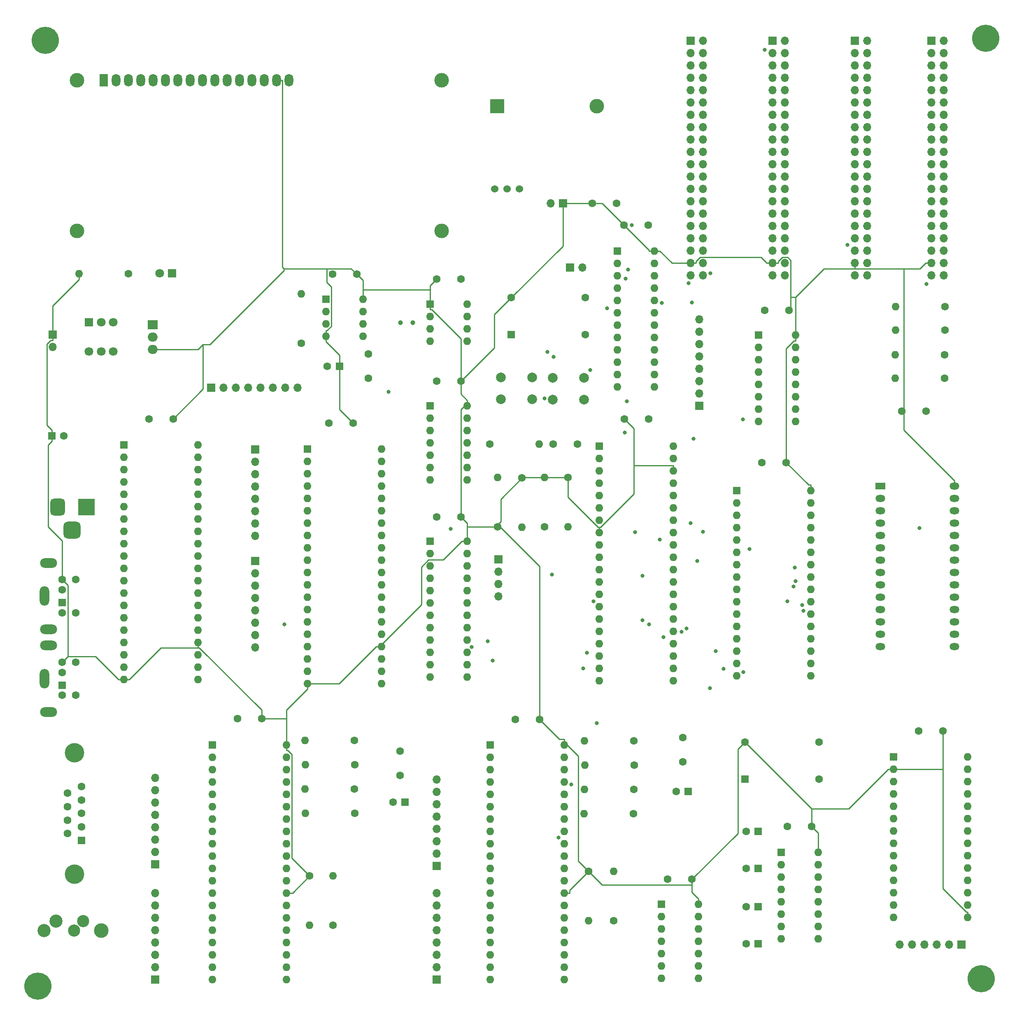
<source format=gbr>
%TF.GenerationSoftware,KiCad,Pcbnew,7.0.9-7.0.9~ubuntu22.04.1*%
%TF.CreationDate,2023-12-31T14:55:30-06:00*%
%TF.ProjectId,6502v2.0,36353032-7632-42e3-902e-6b696361645f,rev?*%
%TF.SameCoordinates,Original*%
%TF.FileFunction,Copper,L2,Inr*%
%TF.FilePolarity,Positive*%
%FSLAX46Y46*%
G04 Gerber Fmt 4.6, Leading zero omitted, Abs format (unit mm)*
G04 Created by KiCad (PCBNEW 7.0.9-7.0.9~ubuntu22.04.1) date 2023-12-31 14:55:30*
%MOMM*%
%LPD*%
G01*
G04 APERTURE LIST*
G04 Aperture macros list*
%AMRoundRect*
0 Rectangle with rounded corners*
0 $1 Rounding radius*
0 $2 $3 $4 $5 $6 $7 $8 $9 X,Y pos of 4 corners*
0 Add a 4 corners polygon primitive as box body*
4,1,4,$2,$3,$4,$5,$6,$7,$8,$9,$2,$3,0*
0 Add four circle primitives for the rounded corners*
1,1,$1+$1,$2,$3*
1,1,$1+$1,$4,$5*
1,1,$1+$1,$6,$7*
1,1,$1+$1,$8,$9*
0 Add four rect primitives between the rounded corners*
20,1,$1+$1,$2,$3,$4,$5,0*
20,1,$1+$1,$4,$5,$6,$7,0*
20,1,$1+$1,$6,$7,$8,$9,0*
20,1,$1+$1,$8,$9,$2,$3,0*%
G04 Aperture macros list end*
%TA.AperFunction,ComponentPad*%
%ADD10R,1.600000X1.600000*%
%TD*%
%TA.AperFunction,ComponentPad*%
%ADD11O,1.600000X1.600000*%
%TD*%
%TA.AperFunction,ComponentPad*%
%ADD12C,1.600000*%
%TD*%
%TA.AperFunction,ComponentPad*%
%ADD13O,3.500000X2.000000*%
%TD*%
%TA.AperFunction,ComponentPad*%
%ADD14O,2.000000X4.000000*%
%TD*%
%TA.AperFunction,ComponentPad*%
%ADD15R,1.700000X1.700000*%
%TD*%
%TA.AperFunction,ComponentPad*%
%ADD16O,1.700000X1.700000*%
%TD*%
%TA.AperFunction,ComponentPad*%
%ADD17C,4.000000*%
%TD*%
%TA.AperFunction,ComponentPad*%
%ADD18R,1.800000X1.800000*%
%TD*%
%TA.AperFunction,ComponentPad*%
%ADD19C,1.800000*%
%TD*%
%TA.AperFunction,ComponentPad*%
%ADD20C,1.000000*%
%TD*%
%TA.AperFunction,ComponentPad*%
%ADD21C,2.000000*%
%TD*%
%TA.AperFunction,ComponentPad*%
%ADD22C,5.600000*%
%TD*%
%TA.AperFunction,ComponentPad*%
%ADD23R,3.500000X3.500000*%
%TD*%
%TA.AperFunction,ComponentPad*%
%ADD24RoundRect,0.750000X-0.750000X-1.000000X0.750000X-1.000000X0.750000X1.000000X-0.750000X1.000000X0*%
%TD*%
%TA.AperFunction,ComponentPad*%
%ADD25RoundRect,0.875000X-0.875000X-0.875000X0.875000X-0.875000X0.875000X0.875000X-0.875000X0.875000X0*%
%TD*%
%TA.AperFunction,ComponentPad*%
%ADD26R,2.000000X1.440000*%
%TD*%
%TA.AperFunction,ComponentPad*%
%ADD27O,2.000000X1.440000*%
%TD*%
%TA.AperFunction,ComponentPad*%
%ADD28R,3.000000X3.000000*%
%TD*%
%TA.AperFunction,ComponentPad*%
%ADD29C,3.000000*%
%TD*%
%TA.AperFunction,ComponentPad*%
%ADD30C,2.700000*%
%TD*%
%TA.AperFunction,ComponentPad*%
%ADD31C,2.500000*%
%TD*%
%TA.AperFunction,ComponentPad*%
%ADD32C,1.524000*%
%TD*%
%TA.AperFunction,ComponentPad*%
%ADD33R,2.000000X1.905000*%
%TD*%
%TA.AperFunction,ComponentPad*%
%ADD34O,2.000000X1.905000*%
%TD*%
%TA.AperFunction,ComponentPad*%
%ADD35R,1.800000X2.600000*%
%TD*%
%TA.AperFunction,ComponentPad*%
%ADD36O,1.800000X2.600000*%
%TD*%
%TA.AperFunction,ViaPad*%
%ADD37C,0.800000*%
%TD*%
%TA.AperFunction,Conductor*%
%ADD38C,0.250000*%
%TD*%
G04 APERTURE END LIST*
D10*
%TO.N,GND*%
%TO.C,U9*%
X7962000Y319004000D03*
D11*
%TO.N,2pa0*%
X7962000Y316464000D03*
%TO.N,2pa1*%
X7962000Y313924000D03*
%TO.N,2pa2*%
X7962000Y311384000D03*
%TO.N,2pa3*%
X7962000Y308844000D03*
%TO.N,2pa4*%
X7962000Y306304000D03*
%TO.N,2pa5*%
X7962000Y303764000D03*
%TO.N,2pa6*%
X7962000Y301224000D03*
%TO.N,2pa7*%
X7962000Y298684000D03*
%TO.N,2pb0*%
X7962000Y296144000D03*
%TO.N,2pb1*%
X7962000Y293604000D03*
%TO.N,2pb2*%
X7962000Y291064000D03*
%TO.N,2pb3*%
X7962000Y288524000D03*
%TO.N,2pb4*%
X7962000Y285984000D03*
%TO.N,2pb5*%
X7962000Y283444000D03*
%TO.N,2pb6*%
X7962000Y280904000D03*
%TO.N,2pb7*%
X7962000Y278364000D03*
%TO.N,2CB1*%
X7962000Y275824000D03*
%TO.N,2CB2*%
X7962000Y273284000D03*
%TO.N,+5V*%
X7962000Y270744000D03*
%TO.N,2VIA_IRQ*%
X23202000Y270744000D03*
%TO.N,RW*%
X23202000Y273284000D03*
%TO.N,VIA2_CS*%
X23202000Y275824000D03*
%TO.N,+5V*%
X23202000Y278364000D03*
%TO.N,PHI2*%
X23202000Y280904000D03*
%TO.N,d7*%
X23202000Y283444000D03*
%TO.N,d6*%
X23202000Y285984000D03*
%TO.N,d5*%
X23202000Y288524000D03*
%TO.N,d4*%
X23202000Y291064000D03*
%TO.N,d3*%
X23202000Y293604000D03*
%TO.N,d2*%
X23202000Y296144000D03*
%TO.N,d1*%
X23202000Y298684000D03*
%TO.N,d0*%
X23202000Y301224000D03*
%TO.N,RESET*%
X23202000Y303764000D03*
%TO.N,a3*%
X23202000Y306304000D03*
%TO.N,a2*%
X23202000Y308844000D03*
%TO.N,a1*%
X23202000Y311384000D03*
%TO.N,a0*%
X23202000Y313924000D03*
%TO.N,2CA2*%
X23202000Y316464000D03*
%TO.N,2CA1*%
X23202000Y319004000D03*
%TD*%
D10*
%TO.N,1pa7*%
%TO.C,J11*%
X-42500000Y270400000D03*
D12*
%TO.N,unconnected-(J11-Pad2)*%
X-42500000Y273000000D03*
%TO.N,GND*%
X-42500000Y268300000D03*
%TO.N,+5V*%
X-42500000Y275100000D03*
%TO.N,1pa6*%
X-39700000Y268300000D03*
%TO.N,unconnected-(J11-Pad6)*%
X-39700000Y275100000D03*
D13*
%TO.N,N/C*%
X-45350000Y278550000D03*
D14*
X-46150000Y271700000D03*
D13*
X-45350000Y264850000D03*
%TD*%
D10*
%TO.N,BANKED_RAM_CS*%
%TO.C,U6*%
X100700000Y342400000D03*
D11*
%TO.N,1pa0*%
X100700000Y339860000D03*
%TO.N,GND*%
X100700000Y337320000D03*
%TO.N,Net-(U6-Za)*%
X100700000Y334780000D03*
%TO.N,1pa1*%
X100700000Y332240000D03*
%TO.N,GND*%
X100700000Y329700000D03*
%TO.N,Net-(U6-Zb)*%
X100700000Y327160000D03*
%TO.N,GND*%
X100700000Y324620000D03*
%TO.N,Net-(U6-Zc)*%
X108320000Y324620000D03*
%TO.N,GND*%
X108320000Y327160000D03*
%TO.N,1pa2*%
X108320000Y329700000D03*
%TO.N,Net-(U6-Zd)*%
X108320000Y332240000D03*
%TO.N,GND*%
X108320000Y334780000D03*
%TO.N,1pa3*%
X108320000Y337320000D03*
%TO.N,GND*%
X108320000Y339860000D03*
%TO.N,+5V*%
X108320000Y342400000D03*
%TD*%
D15*
%TO.N,PSG1IOB0*%
%TO.C,J15*%
X-23403000Y233500000D03*
D16*
%TO.N,PSG1IOB1*%
X-23403000Y236040000D03*
%TO.N,PSG1IOB2*%
X-23403000Y238580000D03*
%TO.N,PSG1IOB3*%
X-23403000Y241120000D03*
%TO.N,PSG1IOB4*%
X-23403000Y243660000D03*
%TO.N,PSG1IOB5*%
X-23403000Y246200000D03*
%TO.N,PSG1IOB6*%
X-23403000Y248740000D03*
%TO.N,PSG1IOB7*%
X-23403000Y251280000D03*
%TD*%
D10*
%TO.N,Net-(C22-Pad1)*%
%TO.C,C22*%
X28000000Y246345000D03*
D12*
%TO.N,AUDIO_OUT_RIGHT*%
X25500000Y246345000D03*
%TD*%
%TO.N,Net-(R1-Pad1)*%
%TO.C,R1*%
X45420000Y320000000D03*
D11*
%TO.N,NMI*%
X55580000Y320000000D03*
%TD*%
D12*
%TO.N,Net-(U15-~{A9})*%
%TO.C,R14*%
X13171000Y220975000D03*
D11*
%TO.N,GND*%
X13171000Y231135000D03*
%TD*%
D12*
%TO.N,Net-(C22-Pad1)*%
%TO.C,R18*%
X17660000Y254000000D03*
D11*
%TO.N,Net-(U15-ch_A)*%
X7500000Y254000000D03*
%TD*%
D10*
%TO.N,Net-(U6-Zd)*%
%TO.C,U8*%
X96260000Y310440000D03*
D11*
%TO.N,Net-(U6-Zb)*%
X96260000Y307900000D03*
%TO.N,a14*%
X96260000Y305360000D03*
%TO.N,a12*%
X96260000Y302820000D03*
%TO.N,a7*%
X96260000Y300280000D03*
%TO.N,a6*%
X96260000Y297740000D03*
%TO.N,a5*%
X96260000Y295200000D03*
%TO.N,a4*%
X96260000Y292660000D03*
%TO.N,a3*%
X96260000Y290120000D03*
%TO.N,a2*%
X96260000Y287580000D03*
%TO.N,a1*%
X96260000Y285040000D03*
%TO.N,a0*%
X96260000Y282500000D03*
%TO.N,d0*%
X96260000Y279960000D03*
%TO.N,d1*%
X96260000Y277420000D03*
%TO.N,d2*%
X96260000Y274880000D03*
%TO.N,GND*%
X96260000Y272340000D03*
%TO.N,d3*%
X111500000Y272340000D03*
%TO.N,d4*%
X111500000Y274880000D03*
%TO.N,d5*%
X111500000Y277420000D03*
%TO.N,d6*%
X111500000Y279960000D03*
%TO.N,d7*%
X111500000Y282500000D03*
%TO.N,RAM_CS*%
X111500000Y285040000D03*
%TO.N,a10*%
X111500000Y287580000D03*
%TO.N,OE*%
X111500000Y290120000D03*
%TO.N,a11*%
X111500000Y292660000D03*
%TO.N,a9*%
X111500000Y295200000D03*
%TO.N,a8*%
X111500000Y297740000D03*
%TO.N,a13*%
X111500000Y300280000D03*
%TO.N,WE*%
X111500000Y302820000D03*
%TO.N,Net-(U6-Zc)*%
X111500000Y305360000D03*
%TO.N,Net-(U6-Za)*%
X111500000Y307900000D03*
%TO.N,+5V*%
X111500000Y310440000D03*
%TD*%
D15*
%TO.N,+5V*%
%TO.C,J8*%
X-44500000Y342500000D03*
D16*
%TO.N,GND*%
X-44500000Y339960000D03*
%TD*%
D17*
%TO.N,N/C*%
%TO.C,J13*%
X-40000000Y256500000D03*
X-40000000Y231500000D03*
D10*
%TO.N,unconnected-(J13-Pad1)*%
X-38580000Y238460000D03*
D12*
%TO.N,Net-(U13-T1OUT)*%
X-38580000Y241230000D03*
%TO.N,Net-(U13-R1IN)*%
X-38580000Y244000000D03*
%TO.N,unconnected-(J13-Pad4)*%
X-38580000Y246770000D03*
%TO.N,GND*%
X-38580000Y249540000D03*
%TO.N,unconnected-(J13-Pad6)*%
X-41420000Y239845000D03*
%TO.N,unconnected-(J13-Pad7)*%
X-41420000Y242615000D03*
%TO.N,unconnected-(J13-Pad8)*%
X-41420000Y245385000D03*
%TO.N,unconnected-(J13-Pad9)*%
X-41420000Y248155000D03*
%TD*%
D10*
%TO.N,Net-(U13-C1+)*%
%TO.C,U13*%
X105350000Y235998000D03*
D11*
%TO.N,Net-(U13-VS+)*%
X105350000Y233458000D03*
%TO.N,Net-(U13-C1-)*%
X105350000Y230918000D03*
%TO.N,Net-(U13-C2+)*%
X105350000Y228378000D03*
%TO.N,Net-(U13-C2-)*%
X105350000Y225838000D03*
%TO.N,Net-(U13-VS-)*%
X105350000Y223298000D03*
%TO.N,unconnected-(U13-T2OUT-Pad7)*%
X105350000Y220758000D03*
%TO.N,unconnected-(U13-R2IN-Pad8)*%
X105350000Y218218000D03*
%TO.N,unconnected-(U13-R2OUT-Pad9)*%
X112970000Y218218000D03*
%TO.N,unconnected-(U13-T2IN-Pad10)*%
X112970000Y220758000D03*
%TO.N,Net-(J14-Pin_2)*%
X112970000Y223298000D03*
%TO.N,Net-(J14-Pin_3)*%
X112970000Y225838000D03*
%TO.N,Net-(U13-R1IN)*%
X112970000Y228378000D03*
%TO.N,Net-(U13-T1OUT)*%
X112970000Y230918000D03*
%TO.N,GND*%
X112970000Y233458000D03*
%TO.N,+5V*%
X112970000Y235998000D03*
%TD*%
D10*
%TO.N,Net-(U13-C2+)*%
%TO.C,C19*%
X100650000Y224822000D03*
D12*
%TO.N,Net-(U13-C2-)*%
X98150000Y224822000D03*
%TD*%
%TO.N,Net-(C27-Pad1)*%
%TO.C,R23*%
X74955000Y243938000D03*
D11*
%TO.N,GND*%
X64795000Y243938000D03*
%TD*%
D10*
%TO.N,GND*%
%TO.C,C21*%
X100650000Y217202000D03*
D12*
%TO.N,Net-(U13-VS-)*%
X98150000Y217202000D03*
%TD*%
D10*
%TO.N,VP*%
%TO.C,U5*%
X67960000Y319520000D03*
D11*
%TO.N,RDY*%
X67960000Y316980000D03*
%TO.N,unconnected-(U5-PHI1O-Pad3)*%
X67960000Y314440000D03*
%TO.N,IRQ*%
X67960000Y311900000D03*
%TO.N,ML*%
X67960000Y309360000D03*
%TO.N,NMI*%
X67960000Y306820000D03*
%TO.N,SYNC*%
X67960000Y304280000D03*
%TO.N,+5V*%
X67960000Y301740000D03*
%TO.N,a0*%
X67960000Y299200000D03*
%TO.N,a1*%
X67960000Y296660000D03*
%TO.N,a2*%
X67960000Y294120000D03*
%TO.N,a3*%
X67960000Y291580000D03*
%TO.N,a4*%
X67960000Y289040000D03*
%TO.N,a5*%
X67960000Y286500000D03*
%TO.N,a6*%
X67960000Y283960000D03*
%TO.N,a7*%
X67960000Y281420000D03*
%TO.N,a8*%
X67960000Y278880000D03*
%TO.N,a9*%
X67960000Y276340000D03*
%TO.N,a10*%
X67960000Y273800000D03*
%TO.N,a11*%
X67960000Y271260000D03*
%TO.N,GND*%
X83200000Y271260000D03*
%TO.N,a12*%
X83200000Y273800000D03*
%TO.N,a13*%
X83200000Y276340000D03*
%TO.N,a14*%
X83200000Y278880000D03*
%TO.N,a15*%
X83200000Y281420000D03*
%TO.N,d7*%
X83200000Y283960000D03*
%TO.N,d6*%
X83200000Y286500000D03*
%TO.N,d5*%
X83200000Y289040000D03*
%TO.N,d4*%
X83200000Y291580000D03*
%TO.N,d3*%
X83200000Y294120000D03*
%TO.N,d2*%
X83200000Y296660000D03*
%TO.N,d1*%
X83200000Y299200000D03*
%TO.N,d0*%
X83200000Y301740000D03*
%TO.N,RW*%
X83200000Y304280000D03*
%TO.N,unconnected-(U5-NC-Pad35)*%
X83200000Y306820000D03*
%TO.N,BE*%
X83200000Y309360000D03*
%TO.N,PHI2*%
X83200000Y311900000D03*
%TO.N,+5V*%
X83200000Y314440000D03*
%TO.N,unconnected-(U5-PHI2O-Pad39)*%
X83200000Y316980000D03*
%TO.N,RESET*%
X83200000Y319520000D03*
%TD*%
D12*
%TO.N,+5V*%
%TO.C,R13*%
X8375000Y231135000D03*
D11*
%TO.N,Net-(U15-A8)*%
X8375000Y220975000D03*
%TD*%
D12*
%TO.N,NMI*%
%TO.C,C7*%
X63500000Y320000000D03*
%TO.N,GND*%
X58500000Y320000000D03*
%TD*%
%TO.N,+5V*%
%TO.C,R3*%
X52080000Y313000000D03*
D11*
%TO.N,RDY*%
X52080000Y302840000D03*
%TD*%
D12*
%TO.N,+5V*%
%TO.C,C16*%
X111650000Y241332000D03*
%TO.N,GND*%
X106650000Y241332000D03*
%TD*%
D10*
%TO.N,GND*%
%TO.C,U15*%
X-11625000Y258125000D03*
D11*
%TO.N,unconnected-(U15-N{slash}C-Pad2)*%
X-11625000Y255585000D03*
%TO.N,Net-(U15-ch_B)*%
X-11625000Y253045000D03*
%TO.N,Net-(U15-ch_A)*%
X-11625000Y250505000D03*
%TO.N,unconnected-(U15-N{slash}C-Pad5)*%
X-11625000Y247965000D03*
%TO.N,PSG1IOB7*%
X-11625000Y245425000D03*
%TO.N,PSG1IOB6*%
X-11625000Y242885000D03*
%TO.N,PSG1IOB5*%
X-11625000Y240345000D03*
%TO.N,PSG1IOB4*%
X-11625000Y237805000D03*
%TO.N,PSG1IOB3*%
X-11625000Y235265000D03*
%TO.N,PSG1IOB2*%
X-11625000Y232725000D03*
%TO.N,PSG1IOB1*%
X-11625000Y230185000D03*
%TO.N,PSG1IOB0*%
X-11625000Y227645000D03*
%TO.N,PSG1IOA7*%
X-11625000Y225105000D03*
%TO.N,PSG1IOA6*%
X-11625000Y222565000D03*
%TO.N,PSG1IOA5*%
X-11625000Y220025000D03*
%TO.N,PSG1IOA4*%
X-11625000Y217485000D03*
%TO.N,PSG1IOA3*%
X-11625000Y214945000D03*
%TO.N,PSG1IOA2*%
X-11625000Y212405000D03*
%TO.N,PSG1IOA1*%
X-11625000Y209865000D03*
%TO.N,PSG1IOA0*%
X3615000Y209865000D03*
%TO.N,CLK_1.8432*%
X3615000Y212405000D03*
%TO.N,RESET*%
X3615000Y214945000D03*
%TO.N,Net-(U15-~{A9})*%
X3615000Y217485000D03*
%TO.N,Net-(U15-A8)*%
X3615000Y220025000D03*
%TO.N,unconnected-(U15-TEST2-Pad26)*%
X3615000Y222565000D03*
%TO.N,Net-(U15-BDIR)*%
X3615000Y225105000D03*
%TO.N,+5V*%
X3615000Y227645000D03*
%TO.N,Net-(U15-BC1)*%
X3615000Y230185000D03*
%TO.N,d7*%
X3615000Y232725000D03*
%TO.N,d6*%
X3615000Y235265000D03*
%TO.N,d5*%
X3615000Y237805000D03*
%TO.N,d4*%
X3615000Y240345000D03*
%TO.N,d3*%
X3615000Y242885000D03*
%TO.N,d2*%
X3615000Y245425000D03*
%TO.N,d1*%
X3615000Y247965000D03*
%TO.N,d0*%
X3615000Y250505000D03*
%TO.N,Net-(U15-ch_C)*%
X3615000Y253045000D03*
%TO.N,unconnected-(U15-TEST1-Pad39)*%
X3615000Y255585000D03*
%TO.N,+5V*%
X3615000Y258125000D03*
%TD*%
D15*
%TO.N,a0*%
%TO.C,J7*%
X103609000Y402940000D03*
D16*
%TO.N,d0*%
X106149000Y402940000D03*
%TO.N,a1*%
X103609000Y400400000D03*
%TO.N,d1*%
X106149000Y400400000D03*
%TO.N,a2*%
X103609000Y397860000D03*
%TO.N,d2*%
X106149000Y397860000D03*
%TO.N,a3*%
X103609000Y395320000D03*
%TO.N,d3*%
X106149000Y395320000D03*
%TO.N,a4*%
X103609000Y392780000D03*
%TO.N,d4*%
X106149000Y392780000D03*
%TO.N,a5*%
X103609000Y390240000D03*
%TO.N,d5*%
X106149000Y390240000D03*
%TO.N,a6*%
X103609000Y387700000D03*
%TO.N,d6*%
X106149000Y387700000D03*
%TO.N,a7*%
X103609000Y385160000D03*
%TO.N,d7*%
X106149000Y385160000D03*
%TO.N,a8*%
X103609000Y382620000D03*
%TO.N,RW*%
X106149000Y382620000D03*
%TO.N,a9*%
X103609000Y380080000D03*
%TO.N,PHI2*%
X106149000Y380080000D03*
%TO.N,a10*%
X103609000Y377540000D03*
%TO.N,RESET*%
X106149000Y377540000D03*
%TO.N,a11*%
X103609000Y375000000D03*
%TO.N,SYNC*%
X106149000Y375000000D03*
%TO.N,a12*%
X103609000Y372460000D03*
%TO.N,IRQ*%
X106149000Y372460000D03*
%TO.N,a13*%
X103609000Y369920000D03*
%TO.N,BE*%
X106149000Y369920000D03*
%TO.N,a14*%
X103609000Y367380000D03*
%TO.N,RDY*%
X106149000Y367380000D03*
%TO.N,a15*%
X103609000Y364840000D03*
%TO.N,VP*%
X106149000Y364840000D03*
%TO.N,IO1*%
X103609000Y362300000D03*
%TO.N,ML*%
X106149000Y362300000D03*
%TO.N,OE*%
X103609000Y359760000D03*
%TO.N,NMI*%
X106149000Y359760000D03*
%TO.N,+5V*%
X103609000Y357220000D03*
%TO.N,WE*%
X106149000Y357220000D03*
%TO.N,GND*%
X103609000Y354680000D03*
X106149000Y354680000D03*
%TD*%
D12*
%TO.N,+5V*%
%TO.C,C8*%
X73085000Y325150000D03*
%TO.N,GND*%
X78085000Y325150000D03*
%TD*%
D10*
%TO.N,1pa5*%
%TO.C,J9*%
X-42500000Y287400000D03*
D12*
%TO.N,unconnected-(J9-Pad2)*%
X-42500000Y290000000D03*
%TO.N,GND*%
X-42500000Y285300000D03*
%TO.N,+5V*%
X-42500000Y292100000D03*
%TO.N,1pa4*%
X-39700000Y285300000D03*
%TO.N,unconnected-(J9-Pad6)*%
X-39700000Y292100000D03*
D13*
%TO.N,N/C*%
X-45350000Y295550000D03*
D14*
X-46150000Y288700000D03*
D13*
X-45350000Y281850000D03*
%TD*%
D12*
%TO.N,Net-(C22-Pad1)*%
%TO.C,R17*%
X17660000Y244000000D03*
D11*
%TO.N,GND*%
X7500000Y244000000D03*
%TD*%
D12*
%TO.N,GND*%
%TO.C,R7*%
X139080000Y343406000D03*
D11*
%TO.N,1pa3*%
X128920000Y343406000D03*
%TD*%
D12*
%TO.N,GND*%
%TO.C,R6*%
X139000000Y333500000D03*
D11*
%TO.N,1pa2*%
X128840000Y333500000D03*
%TD*%
D10*
%TO.N,unconnected-(X1-NC-Pad1)*%
%TO.C,X1*%
X49880000Y342500000D03*
D12*
%TO.N,GND*%
X65120000Y342500000D03*
%TO.N,Net-(JP1-B)*%
X65120000Y350120000D03*
%TO.N,+5V*%
X49880000Y350120000D03*
%TD*%
D15*
%TO.N,decode0*%
%TO.C,J5*%
X47222000Y296292000D03*
D16*
%TO.N,decode1*%
X47222000Y293752000D03*
%TO.N,decode2*%
X47222000Y291212000D03*
%TO.N,decode3*%
X47222000Y288672000D03*
%TD*%
D12*
%TO.N,+5V*%
%TO.C,C29*%
X138650000Y260942000D03*
%TO.N,GND*%
X133650000Y260942000D03*
%TD*%
%TO.N,Net-(C22-Pad1)*%
%TO.C,R16*%
X17580000Y249000000D03*
D11*
%TO.N,Net-(U15-ch_B)*%
X7420000Y249000000D03*
%TD*%
D15*
%TO.N,2pb0*%
%TO.C,J1*%
X-2830000Y295942000D03*
D16*
%TO.N,2pb1*%
X-2830000Y293402000D03*
%TO.N,2pb2*%
X-2830000Y290862000D03*
%TO.N,2pb3*%
X-2830000Y288322000D03*
%TO.N,2pb4*%
X-2830000Y285782000D03*
%TO.N,2pb5*%
X-2830000Y283242000D03*
%TO.N,2pb6*%
X-2830000Y280702000D03*
%TO.N,2pb7*%
X-2830000Y278162000D03*
%TD*%
D10*
%TO.N,VIA1_CS*%
%TO.C,U2*%
X71700000Y359700000D03*
D11*
%TO.N,VIA2_CS*%
X71700000Y357160000D03*
%TO.N,ACIA_CS*%
X71700000Y354620000D03*
%TO.N,PSG1_CS*%
X71700000Y352080000D03*
%TO.N,PSG2_CS*%
X71700000Y349540000D03*
%TO.N,IO0*%
X71700000Y347000000D03*
%TO.N,IO1*%
X71700000Y344460000D03*
%TO.N,IO2*%
X71700000Y341920000D03*
%TO.N,IO3*%
X71700000Y339380000D03*
%TO.N,IO4*%
X71700000Y336840000D03*
%TO.N,IO5*%
X71700000Y334300000D03*
%TO.N,GND*%
X71700000Y331760000D03*
%TO.N,IO6*%
X79320000Y331760000D03*
%TO.N,IO7*%
X79320000Y334300000D03*
%TO.N,IO8*%
X79320000Y336840000D03*
%TO.N,IO9*%
X79320000Y339380000D03*
%TO.N,IO10*%
X79320000Y341920000D03*
%TO.N,a15*%
X79320000Y344460000D03*
%TO.N,DEVICE_CS*%
X79320000Y347000000D03*
%TO.N,a7*%
X79320000Y349540000D03*
%TO.N,a6*%
X79320000Y352080000D03*
%TO.N,a5*%
X79320000Y354620000D03*
%TO.N,a4*%
X79320000Y357160000D03*
%TO.N,+5V*%
X79320000Y359700000D03*
%TD*%
D10*
%TO.N,+5V*%
%TO.C,C15*%
X14500000Y336000000D03*
D12*
%TO.N,Net-(U11-THR)*%
X12000000Y336000000D03*
%TD*%
%TO.N,+5V*%
%TO.C,C26*%
X87025000Y230478000D03*
%TO.N,GND*%
X82025000Y230478000D03*
%TD*%
%TO.N,+5V*%
%TO.C,C1*%
X106385000Y316208000D03*
%TO.N,GND*%
X101385000Y316208000D03*
%TD*%
D10*
%TO.N,+5V*%
%TO.C,U17*%
X33200000Y348800000D03*
D11*
%TO.N,Net-(U17-X1)*%
X33200000Y346260000D03*
%TO.N,Net-(U17-X2)*%
X33200000Y343720000D03*
%TO.N,GND*%
X33200000Y341180000D03*
%TO.N,1pb7*%
X40820000Y341180000D03*
%TO.N,1CB1*%
X40820000Y343720000D03*
%TO.N,PHI2*%
X40820000Y346260000D03*
%TO.N,Net-(BT1-+)*%
X40820000Y348800000D03*
%TD*%
D12*
%TO.N,+5V*%
%TO.C,C11*%
X55650000Y263363000D03*
%TO.N,GND*%
X50650000Y263363000D03*
%TD*%
D15*
%TO.N,2pa0*%
%TO.C,J4*%
X-2830000Y318856000D03*
D16*
%TO.N,2pa1*%
X-2830000Y316316000D03*
%TO.N,2pa2*%
X-2830000Y313776000D03*
%TO.N,2pa3*%
X-2830000Y311236000D03*
%TO.N,2pa4*%
X-2830000Y308696000D03*
%TO.N,2pa5*%
X-2830000Y306156000D03*
%TO.N,2pa6*%
X-2830000Y303616000D03*
%TO.N,2pa7*%
X-2830000Y301076000D03*
%TD*%
D12*
%TO.N,+5V*%
%TO.C,R8*%
X61500000Y313080000D03*
D11*
%TO.N,RESET*%
X61500000Y302920000D03*
%TD*%
D18*
%TO.N,GND*%
%TO.C,D1*%
X-19920000Y355156000D03*
D19*
%TO.N,Net-(D1-A)*%
X-22460000Y355156000D03*
%TD*%
D15*
%TO.N,PSG2IOB0*%
%TO.C,J18*%
X34500000Y233208000D03*
D16*
%TO.N,PSG2IOB1*%
X34500000Y235748000D03*
%TO.N,PSG2IOB2*%
X34500000Y238288000D03*
%TO.N,PSG2IOB3*%
X34500000Y240828000D03*
%TO.N,PSG2IOB4*%
X34500000Y243368000D03*
%TO.N,PSG2IOB5*%
X34500000Y245908000D03*
%TO.N,PSG2IOB6*%
X34500000Y248448000D03*
%TO.N,PSG2IOB7*%
X34500000Y250988000D03*
%TD*%
D20*
%TO.N,Net-(U17-X1)*%
%TO.C,X3*%
X27089000Y344990000D03*
%TO.N,Net-(U17-X2)*%
X29629000Y344990000D03*
%TD*%
D12*
%TO.N,Net-(D1-A)*%
%TO.C,R10*%
X-28920000Y355000000D03*
D11*
%TO.N,+5V*%
X-39080000Y355000000D03*
%TD*%
D21*
%TO.N,Net-(R1-Pad1)*%
%TO.C,SW1*%
X47700000Y333700000D03*
X54200000Y333700000D03*
%TO.N,GND*%
X47700000Y329200000D03*
X54200000Y329200000D03*
%TD*%
D12*
%TO.N,+5V*%
%TO.C,C17*%
X18064000Y354914000D03*
%TO.N,GND*%
X13064000Y354914000D03*
%TD*%
%TO.N,Net-(U11-THR)*%
%TO.C,R12*%
X6674000Y340690000D03*
D11*
%TO.N,GND*%
X6674000Y350850000D03*
%TD*%
D10*
%TO.N,GND*%
%TO.C,U12*%
X128525000Y255623000D03*
D11*
%TO.N,+5V*%
X128525000Y253083000D03*
%TO.N,ACIA_CS*%
X128525000Y250543000D03*
%TO.N,RESET*%
X128525000Y248003000D03*
%TO.N,unconnected-(U12-RxC-Pad5)*%
X128525000Y245463000D03*
%TO.N,CLK_1.8432*%
X128525000Y242923000D03*
%TO.N,unconnected-(U12-XTLO-Pad7)*%
X128525000Y240383000D03*
%TO.N,unconnected-(U12-~{RTS}-Pad8)*%
X128525000Y237843000D03*
%TO.N,GND*%
X128525000Y235303000D03*
%TO.N,Net-(J14-Pin_2)*%
X128525000Y232763000D03*
%TO.N,unconnected-(U12-~{DTR}-Pad11)*%
X128525000Y230223000D03*
%TO.N,Net-(J14-Pin_3)*%
X128525000Y227683000D03*
%TO.N,a0*%
X128525000Y225143000D03*
%TO.N,a1*%
X128525000Y222603000D03*
%TO.N,+5V*%
X143765000Y222603000D03*
%TO.N,GND*%
X143765000Y225143000D03*
X143765000Y227683000D03*
%TO.N,d0*%
X143765000Y230223000D03*
%TO.N,d1*%
X143765000Y232763000D03*
%TO.N,d2*%
X143765000Y235303000D03*
%TO.N,d3*%
X143765000Y237843000D03*
%TO.N,d4*%
X143765000Y240383000D03*
%TO.N,d5*%
X143765000Y242923000D03*
%TO.N,d6*%
X143765000Y245463000D03*
%TO.N,d7*%
X143765000Y248003000D03*
%TO.N,ACIA_IRQ*%
X143765000Y250543000D03*
%TO.N,PHI2*%
X143765000Y253083000D03*
%TO.N,RW*%
X143765000Y255623000D03*
%TD*%
D12*
%TO.N,Net-(C22-Pad1)*%
%TO.C,C23*%
X27000000Y251845000D03*
%TO.N,GND*%
X27000000Y256845000D03*
%TD*%
D10*
%TO.N,GND*%
%TO.C,U16*%
X45525000Y258125000D03*
D11*
%TO.N,unconnected-(U16-N{slash}C-Pad2)*%
X45525000Y255585000D03*
%TO.N,Net-(U16-ch_B)*%
X45525000Y253045000D03*
%TO.N,Net-(U16-ch_A)*%
X45525000Y250505000D03*
%TO.N,unconnected-(U16-N{slash}C-Pad5)*%
X45525000Y247965000D03*
%TO.N,PSG2IOB7*%
X45525000Y245425000D03*
%TO.N,PSG2IOB6*%
X45525000Y242885000D03*
%TO.N,PSG2IOB5*%
X45525000Y240345000D03*
%TO.N,PSG2IOB4*%
X45525000Y237805000D03*
%TO.N,PSG2IOB3*%
X45525000Y235265000D03*
%TO.N,PSG2IOB2*%
X45525000Y232725000D03*
%TO.N,PSG2IOB1*%
X45525000Y230185000D03*
%TO.N,PSG2IOB0*%
X45525000Y227645000D03*
%TO.N,PSG2IOA7*%
X45525000Y225105000D03*
%TO.N,PSG2IOA6*%
X45525000Y222565000D03*
%TO.N,PSG2IOA5*%
X45525000Y220025000D03*
%TO.N,PSG2IOA4*%
X45525000Y217485000D03*
%TO.N,PSG2IOA3*%
X45525000Y214945000D03*
%TO.N,PSG2IOA2*%
X45525000Y212405000D03*
%TO.N,PSG2IOA1*%
X45525000Y209865000D03*
%TO.N,PSG2IOA0*%
X60765000Y209865000D03*
%TO.N,CLK_1.8432*%
X60765000Y212405000D03*
%TO.N,RESET*%
X60765000Y214945000D03*
%TO.N,Net-(U16-~{A9})*%
X60765000Y217485000D03*
%TO.N,Net-(U16-A8)*%
X60765000Y220025000D03*
%TO.N,unconnected-(U16-TEST2-Pad26)*%
X60765000Y222565000D03*
%TO.N,Net-(U16-BDIR)*%
X60765000Y225105000D03*
%TO.N,+5V*%
X60765000Y227645000D03*
%TO.N,Net-(U16-BC1)*%
X60765000Y230185000D03*
%TO.N,d7*%
X60765000Y232725000D03*
%TO.N,d6*%
X60765000Y235265000D03*
%TO.N,d5*%
X60765000Y237805000D03*
%TO.N,d4*%
X60765000Y240345000D03*
%TO.N,d3*%
X60765000Y242885000D03*
%TO.N,d2*%
X60765000Y245425000D03*
%TO.N,d1*%
X60765000Y247965000D03*
%TO.N,d0*%
X60765000Y250505000D03*
%TO.N,Net-(U16-ch_C)*%
X60765000Y253045000D03*
%TO.N,unconnected-(U16-TEST1-Pad39)*%
X60765000Y255585000D03*
%TO.N,+5V*%
X60765000Y258125000D03*
%TD*%
D12*
%TO.N,Net-(C27-Pad1)*%
%TO.C,R24*%
X75035000Y248938000D03*
D11*
%TO.N,Net-(U16-ch_A)*%
X64875000Y248938000D03*
%TD*%
D12*
%TO.N,+5V*%
%TO.C,R19*%
X65778000Y232098000D03*
D11*
%TO.N,Net-(U16-A8)*%
X65778000Y221938000D03*
%TD*%
D10*
%TO.N,GND*%
%TO.C,U11*%
X11700000Y349800000D03*
D11*
%TO.N,Net-(U11-THR)*%
X11700000Y347260000D03*
%TO.N,RESET*%
X11700000Y344720000D03*
%TO.N,+5V*%
X11700000Y342180000D03*
%TO.N,Net-(U11-CV)*%
X19320000Y342180000D03*
%TO.N,Net-(U11-THR)*%
X19320000Y344720000D03*
%TO.N,unconnected-(U11-DIS-Pad7)*%
X19320000Y347260000D03*
%TO.N,+5V*%
X19320000Y349800000D03*
%TD*%
D15*
%TO.N,IO3*%
%TO.C,J12*%
X88500000Y327880000D03*
D16*
%TO.N,IO4*%
X88500000Y330420000D03*
%TO.N,IO5*%
X88500000Y332960000D03*
%TO.N,IO6*%
X88500000Y335500000D03*
%TO.N,IO7*%
X88500000Y338040000D03*
%TO.N,IO8*%
X88500000Y340580000D03*
%TO.N,IO9*%
X88500000Y343120000D03*
%TO.N,IO10*%
X88500000Y345660000D03*
%TD*%
D22*
%TO.N,N/C*%
%TO.C,H4*%
X146500000Y210000000D03*
%TD*%
D15*
%TO.N,+5V*%
%TO.C,JP2*%
X60500000Y369500000D03*
D16*
%TO.N,Net-(JP2-B)*%
X57960000Y369500000D03*
%TD*%
D12*
%TO.N,Net-(C27-Pad1)*%
%TO.C,R22*%
X75035000Y258938000D03*
D11*
%TO.N,Net-(U16-ch_B)*%
X64875000Y258938000D03*
%TD*%
D12*
%TO.N,+5V*%
%TO.C,C10*%
X-1500000Y263500000D03*
%TO.N,GND*%
X-6500000Y263500000D03*
%TD*%
D15*
%TO.N,GND*%
%TO.C,J14*%
X142500000Y217000000D03*
D16*
%TO.N,Net-(J14-Pin_2)*%
X139960000Y217000000D03*
%TO.N,Net-(J14-Pin_3)*%
X137420000Y217000000D03*
%TO.N,unconnected-(J14-Pin_4-Pad4)*%
X134880000Y217000000D03*
%TO.N,GND*%
X132340000Y217000000D03*
X129800000Y217000000D03*
%TD*%
D12*
%TO.N,+5V*%
%TO.C,C14*%
X34500000Y353890000D03*
%TO.N,GND*%
X39500000Y353890000D03*
%TD*%
D10*
%TO.N,Net-(C27-Pad1)*%
%TO.C,C27*%
X86255200Y248500000D03*
D12*
%TO.N,AUDIO_OUT_LEFT*%
X83755200Y248500000D03*
%TD*%
D23*
%TO.N,Net-(J6-Pad1)*%
%TO.C,J6*%
X-37500000Y307000000D03*
D24*
%TO.N,GND*%
X-43500000Y307000000D03*
D25*
%TO.N,N/C*%
X-40500000Y302300000D03*
%TD*%
D22*
%TO.N,N/C*%
%TO.C,H3*%
X-47500000Y208500000D03*
%TD*%
D10*
%TO.N,unconnected-(X2-NC-Pad1)*%
%TO.C,X2*%
X97910000Y251098000D03*
D12*
%TO.N,GND*%
X113150000Y251098000D03*
%TO.N,CLK_1.8432*%
X113150000Y258718000D03*
%TO.N,+5V*%
X97910000Y258718000D03*
%TD*%
D26*
%TO.N,a14*%
%TO.C,U3*%
X125760000Y311360000D03*
D27*
%TO.N,a12*%
X125760000Y308820000D03*
%TO.N,a7*%
X125760000Y306280000D03*
%TO.N,a6*%
X125760000Y303740000D03*
%TO.N,a5*%
X125760000Y301200000D03*
%TO.N,a4*%
X125760000Y298660000D03*
%TO.N,a3*%
X125760000Y296120000D03*
%TO.N,a2*%
X125760000Y293580000D03*
%TO.N,a1*%
X125760000Y291040000D03*
%TO.N,a0*%
X125760000Y288500000D03*
%TO.N,d0*%
X125760000Y285960000D03*
%TO.N,d1*%
X125760000Y283420000D03*
%TO.N,d2*%
X125760000Y280880000D03*
%TO.N,GND*%
X125760000Y278340000D03*
%TO.N,d3*%
X141000000Y278340000D03*
%TO.N,d4*%
X141000000Y280880000D03*
%TO.N,d5*%
X141000000Y283420000D03*
%TO.N,d6*%
X141000000Y285960000D03*
%TO.N,d7*%
X141000000Y288500000D03*
%TO.N,ROM_CS*%
X141000000Y291040000D03*
%TO.N,a10*%
X141000000Y293580000D03*
%TO.N,GND*%
X141000000Y296120000D03*
%TO.N,a11*%
X141000000Y298660000D03*
%TO.N,a9*%
X141000000Y301200000D03*
%TO.N,a8*%
X141000000Y303740000D03*
%TO.N,a13*%
X141000000Y306280000D03*
%TO.N,WE*%
X141000000Y308820000D03*
%TO.N,+5V*%
X141000000Y311360000D03*
%TD*%
D12*
%TO.N,+5V*%
%TO.C,C3*%
X-19694000Y325152000D03*
%TO.N,GND*%
X-24694000Y325152000D03*
%TD*%
%TO.N,+5V*%
%TO.C,C5*%
X107000000Y347480000D03*
%TO.N,GND*%
X102000000Y347480000D03*
%TD*%
%TO.N,Net-(C22-Pad1)*%
%TO.C,R15*%
X17580000Y259000000D03*
D11*
%TO.N,Net-(U15-ch_C)*%
X7420000Y259000000D03*
%TD*%
D28*
%TO.N,Net-(BT1-+)*%
%TO.C,BT1*%
X46925000Y389500000D03*
D29*
%TO.N,GND*%
X67415000Y389500000D03*
%TD*%
D10*
%TO.N,PHI2*%
%TO.C,U4*%
X33200000Y299975000D03*
D11*
%TO.N,RW*%
X33200000Y297435000D03*
%TO.N,a15*%
X33200000Y294895000D03*
%TO.N,unconnected-(U4-I2-Pad4)*%
X33200000Y292355000D03*
%TO.N,a14*%
X33200000Y289815000D03*
%TO.N,a13*%
X33200000Y287275000D03*
%TO.N,a12*%
X33200000Y284735000D03*
%TO.N,a11*%
X33200000Y282195000D03*
%TO.N,a10*%
X33200000Y279655000D03*
%TO.N,a9*%
X33200000Y277115000D03*
%TO.N,a8*%
X33200000Y274575000D03*
%TO.N,GND*%
X33200000Y272035000D03*
%TO.N,unconnected-(U4-CLK{slash}OD-Pad13)*%
X40820000Y272035000D03*
%TO.N,OE*%
X40820000Y274575000D03*
%TO.N,WE*%
X40820000Y277115000D03*
%TO.N,ROM_CS*%
X40820000Y279655000D03*
%TO.N,RAM_CS*%
X40820000Y282195000D03*
%TO.N,BANKED_RAM_CS*%
X40820000Y284735000D03*
%TO.N,decode3*%
X40820000Y287275000D03*
%TO.N,decode2*%
X40820000Y289815000D03*
%TO.N,DEVICE_CS*%
X40820000Y292355000D03*
%TO.N,decode1*%
X40820000Y294895000D03*
%TO.N,decode0*%
X40820000Y297435000D03*
%TO.N,+5V*%
X40820000Y299975000D03*
%TD*%
D12*
%TO.N,Net-(U16-~{A9})*%
%TO.C,R20*%
X70955000Y221938000D03*
D11*
%TO.N,GND*%
X70955000Y232098000D03*
%TD*%
D12*
%TO.N,BE*%
%TO.C,R9*%
X56674000Y302920000D03*
D11*
%TO.N,+5V*%
X56674000Y313080000D03*
%TD*%
D12*
%TO.N,Net-(C27-Pad1)*%
%TO.C,R21*%
X75115000Y253938000D03*
D11*
%TO.N,Net-(U16-ch_C)*%
X64955000Y253938000D03*
%TD*%
D15*
%TO.N,1CB2*%
%TO.C,J3*%
X-11904000Y331604000D03*
D16*
%TO.N,1CB1*%
X-9364000Y331604000D03*
%TO.N,1CA1*%
X-6824000Y331604000D03*
%TO.N,1CA2*%
X-4284000Y331604000D03*
%TO.N,2CB1*%
X-1744000Y331604000D03*
%TO.N,2CB2*%
X796000Y331604000D03*
%TO.N,2CA1*%
X3336000Y331604000D03*
%TO.N,2CA2*%
X5876000Y331604000D03*
%TD*%
D15*
%TO.N,PSG1IOA0*%
%TO.C,J16*%
X-23403000Y209840000D03*
D16*
%TO.N,PSG1IOA1*%
X-23403000Y212380000D03*
%TO.N,PSG1IOA2*%
X-23403000Y214920000D03*
%TO.N,PSG1IOA3*%
X-23403000Y217460000D03*
%TO.N,PSG1IOA4*%
X-23403000Y220000000D03*
%TO.N,PSG1IOA5*%
X-23403000Y222540000D03*
%TO.N,PSG1IOA6*%
X-23403000Y225080000D03*
%TO.N,PSG1IOA7*%
X-23403000Y227620000D03*
%TD*%
D12*
%TO.N,+5V*%
%TO.C,R2*%
X47080000Y302920000D03*
D11*
%TO.N,Net-(R1-Pad1)*%
X47080000Y313080000D03*
%TD*%
D12*
%TO.N,+5V*%
%TO.C,C6*%
X73000000Y365034000D03*
%TO.N,GND*%
X78000000Y365034000D03*
%TD*%
D21*
%TO.N,RESET*%
%TO.C,SW2*%
X58350000Y333650000D03*
X64850000Y333650000D03*
%TO.N,GND*%
X58350000Y329150000D03*
X64850000Y329150000D03*
%TD*%
D12*
%TO.N,+5V*%
%TO.C,C2*%
X130152500Y326745000D03*
%TO.N,GND*%
X135152500Y326745000D03*
%TD*%
D30*
%TO.N,GND*%
%TO.C,J19*%
X-46260300Y219872500D03*
%TO.N,AUDIO_OUT_LEFT*%
X-43810300Y221872500D03*
D31*
%TO.N,unconnected-(J19-Pad3)*%
X-40110300Y219872500D03*
%TO.N,AUDIO_OUT_RIGHT*%
X-38210300Y221872500D03*
D29*
%TO.N,unconnected-(J19-Pad5)*%
X-34460300Y219872500D03*
%TD*%
D10*
%TO.N,Net-(U13-VS+)*%
%TO.C,C20*%
X100674900Y232696000D03*
D12*
%TO.N,GND*%
X98174900Y232696000D03*
%TD*%
%TO.N,+5V*%
%TO.C,C25*%
X39500000Y332905000D03*
%TO.N,GND*%
X34500000Y332905000D03*
%TD*%
D22*
%TO.N,N/C*%
%TO.C,H2*%
X147500000Y403500000D03*
%TD*%
D15*
%TO.N,PSG2IOA0*%
%TO.C,J17*%
X34500000Y209840000D03*
D16*
%TO.N,PSG2IOA1*%
X34500000Y212380000D03*
%TO.N,PSG2IOA2*%
X34500000Y214920000D03*
%TO.N,PSG2IOA3*%
X34500000Y217460000D03*
%TO.N,PSG2IOA4*%
X34500000Y220000000D03*
%TO.N,PSG2IOA5*%
X34500000Y222540000D03*
%TO.N,PSG2IOA6*%
X34500000Y225080000D03*
%TO.N,PSG2IOA7*%
X34500000Y227620000D03*
%TD*%
D12*
%TO.N,GND*%
%TO.C,C13*%
X20500000Y333500000D03*
%TO.N,Net-(U11-CV)*%
X20500000Y338500000D03*
%TD*%
D10*
%TO.N,Net-(U15-BC1)*%
%TO.C,U14*%
X80725000Y225338000D03*
D11*
%TO.N,PSG1_CS*%
X80725000Y222798000D03*
%TO.N,a0*%
X80725000Y220258000D03*
%TO.N,Net-(U15-BDIR)*%
X80725000Y217718000D03*
%TO.N,PSG1_CS*%
X80725000Y215178000D03*
%TO.N,RW*%
X80725000Y212638000D03*
%TO.N,GND*%
X80725000Y210098000D03*
%TO.N,PSG2_CS*%
X88345000Y210098000D03*
%TO.N,a0*%
X88345000Y212638000D03*
%TO.N,Net-(U16-BC1)*%
X88345000Y215178000D03*
%TO.N,PSG2_CS*%
X88345000Y217718000D03*
%TO.N,RW*%
X88345000Y220258000D03*
%TO.N,Net-(U16-BDIR)*%
X88345000Y222798000D03*
%TO.N,+5V*%
X88345000Y225338000D03*
%TD*%
D15*
%TO.N,a0*%
%TO.C,J2*%
X86718000Y402940000D03*
D16*
%TO.N,d0*%
X89258000Y402940000D03*
%TO.N,a1*%
X86718000Y400400000D03*
%TO.N,d1*%
X89258000Y400400000D03*
%TO.N,a2*%
X86718000Y397860000D03*
%TO.N,d2*%
X89258000Y397860000D03*
%TO.N,a3*%
X86718000Y395320000D03*
%TO.N,d3*%
X89258000Y395320000D03*
%TO.N,a4*%
X86718000Y392780000D03*
%TO.N,d4*%
X89258000Y392780000D03*
%TO.N,a5*%
X86718000Y390240000D03*
%TO.N,d5*%
X89258000Y390240000D03*
%TO.N,a6*%
X86718000Y387700000D03*
%TO.N,d6*%
X89258000Y387700000D03*
%TO.N,a7*%
X86718000Y385160000D03*
%TO.N,d7*%
X89258000Y385160000D03*
%TO.N,a8*%
X86718000Y382620000D03*
%TO.N,RW*%
X89258000Y382620000D03*
%TO.N,a9*%
X86718000Y380080000D03*
%TO.N,PHI2*%
X89258000Y380080000D03*
%TO.N,a10*%
X86718000Y377540000D03*
%TO.N,RESET*%
X89258000Y377540000D03*
%TO.N,a11*%
X86718000Y375000000D03*
%TO.N,SYNC*%
X89258000Y375000000D03*
%TO.N,a12*%
X86718000Y372460000D03*
%TO.N,IRQ*%
X89258000Y372460000D03*
%TO.N,a13*%
X86718000Y369920000D03*
%TO.N,BE*%
X89258000Y369920000D03*
%TO.N,a14*%
X86718000Y367380000D03*
%TO.N,RDY*%
X89258000Y367380000D03*
%TO.N,a15*%
X86718000Y364840000D03*
%TO.N,VP*%
X89258000Y364840000D03*
%TO.N,IO0*%
X86718000Y362300000D03*
%TO.N,ML*%
X89258000Y362300000D03*
%TO.N,OE*%
X86718000Y359760000D03*
%TO.N,NMI*%
X89258000Y359760000D03*
%TO.N,+5V*%
X86718000Y357220000D03*
%TO.N,WE*%
X89258000Y357220000D03*
%TO.N,GND*%
X86718000Y354680000D03*
X89258000Y354680000D03*
%TD*%
D32*
%TO.N,GND*%
%TO.C,RV1*%
X51540000Y372459000D03*
%TO.N,Net-(U10-VO)*%
X49000000Y372459000D03*
%TO.N,Net-(JP2-B)*%
X46460000Y372459000D03*
%TD*%
D12*
%TO.N,Net-(C27-Pad1)*%
%TO.C,C28*%
X85150000Y254598000D03*
%TO.N,GND*%
X85150000Y259598000D03*
%TD*%
D10*
%TO.N,+5V*%
%TO.C,C12*%
X-44650000Y321700000D03*
D12*
%TO.N,GND*%
X-42150000Y321700000D03*
%TD*%
%TO.N,+5V*%
%TO.C,C4*%
X17296000Y324338000D03*
%TO.N,GND*%
X12296000Y324338000D03*
%TD*%
D10*
%TO.N,GND*%
%TO.C,U7*%
X-29819000Y319818000D03*
D11*
%TO.N,1pa0*%
X-29819000Y317278000D03*
%TO.N,1pa1*%
X-29819000Y314738000D03*
%TO.N,1pa2*%
X-29819000Y312198000D03*
%TO.N,1pa3*%
X-29819000Y309658000D03*
%TO.N,1pa4*%
X-29819000Y307118000D03*
%TO.N,1pa5*%
X-29819000Y304578000D03*
%TO.N,1pa6*%
X-29819000Y302038000D03*
%TO.N,1pa7*%
X-29819000Y299498000D03*
%TO.N,1pb0*%
X-29819000Y296958000D03*
%TO.N,1pb1*%
X-29819000Y294418000D03*
%TO.N,1pb2*%
X-29819000Y291878000D03*
%TO.N,1pb3*%
X-29819000Y289338000D03*
%TO.N,1pb4*%
X-29819000Y286798000D03*
%TO.N,1pb5*%
X-29819000Y284258000D03*
%TO.N,1pb6*%
X-29819000Y281718000D03*
%TO.N,1pb7*%
X-29819000Y279178000D03*
%TO.N,1CB1*%
X-29819000Y276638000D03*
%TO.N,1CB2*%
X-29819000Y274098000D03*
%TO.N,+5V*%
X-29819000Y271558000D03*
%TO.N,1VIA_IRQ*%
X-14579000Y271558000D03*
%TO.N,RW*%
X-14579000Y274098000D03*
%TO.N,VIA1_CS*%
X-14579000Y276638000D03*
%TO.N,+5V*%
X-14579000Y279178000D03*
%TO.N,PHI2*%
X-14579000Y281718000D03*
%TO.N,d7*%
X-14579000Y284258000D03*
%TO.N,d6*%
X-14579000Y286798000D03*
%TO.N,d5*%
X-14579000Y289338000D03*
%TO.N,d4*%
X-14579000Y291878000D03*
%TO.N,d3*%
X-14579000Y294418000D03*
%TO.N,d2*%
X-14579000Y296958000D03*
%TO.N,d1*%
X-14579000Y299498000D03*
%TO.N,d0*%
X-14579000Y302038000D03*
%TO.N,RESET*%
X-14579000Y304578000D03*
%TO.N,a3*%
X-14579000Y307118000D03*
%TO.N,a2*%
X-14579000Y309658000D03*
%TO.N,a1*%
X-14579000Y312198000D03*
%TO.N,a0*%
X-14579000Y314738000D03*
%TO.N,1CA2*%
X-14579000Y317278000D03*
%TO.N,1CA1*%
X-14579000Y319818000D03*
%TD*%
D12*
%TO.N,+5V*%
%TO.C,C9*%
X39500000Y305035000D03*
%TO.N,GND*%
X34500000Y305035000D03*
%TD*%
D22*
%TO.N,N/C*%
%TO.C,H1*%
X-46000000Y403000000D03*
%TD*%
D33*
%TO.N,GND*%
%TO.C,Q1*%
X-23945000Y344540000D03*
D34*
%TO.N,Net-(Q1-D)*%
X-23945000Y342000000D03*
%TO.N,+5V*%
X-23945000Y339460000D03*
%TD*%
D10*
%TO.N,Net-(U13-C1+)*%
%TO.C,C18*%
X100650000Y240316000D03*
D12*
%TO.N,Net-(U13-C1-)*%
X98150000Y240316000D03*
%TD*%
D15*
%TO.N,a0*%
%TO.C,J20*%
X136300000Y402958000D03*
D16*
%TO.N,d0*%
X138840000Y402958000D03*
%TO.N,a1*%
X136300000Y400418000D03*
%TO.N,d1*%
X138840000Y400418000D03*
%TO.N,a2*%
X136300000Y397878000D03*
%TO.N,d2*%
X138840000Y397878000D03*
%TO.N,a3*%
X136300000Y395338000D03*
%TO.N,d3*%
X138840000Y395338000D03*
%TO.N,a4*%
X136300000Y392798000D03*
%TO.N,d4*%
X138840000Y392798000D03*
%TO.N,a5*%
X136300000Y390258000D03*
%TO.N,d5*%
X138840000Y390258000D03*
%TO.N,a6*%
X136300000Y387718000D03*
%TO.N,d6*%
X138840000Y387718000D03*
%TO.N,a7*%
X136300000Y385178000D03*
%TO.N,d7*%
X138840000Y385178000D03*
%TO.N,a8*%
X136300000Y382638000D03*
%TO.N,RW*%
X138840000Y382638000D03*
%TO.N,a9*%
X136300000Y380098000D03*
%TO.N,PHI2*%
X138840000Y380098000D03*
%TO.N,a10*%
X136300000Y377558000D03*
%TO.N,RESET*%
X138840000Y377558000D03*
%TO.N,a11*%
X136300000Y375018000D03*
%TO.N,SYNC*%
X138840000Y375018000D03*
%TO.N,a12*%
X136300000Y372478000D03*
%TO.N,IRQ*%
X138840000Y372478000D03*
%TO.N,a13*%
X136300000Y369938000D03*
%TO.N,BE*%
X138840000Y369938000D03*
%TO.N,a14*%
X136300000Y367398000D03*
%TO.N,RDY*%
X138840000Y367398000D03*
%TO.N,a15*%
X136300000Y364858000D03*
%TO.N,VP*%
X138840000Y364858000D03*
%TO.N,IO3*%
X136300000Y362318000D03*
%TO.N,ML*%
X138840000Y362318000D03*
%TO.N,OE*%
X136300000Y359778000D03*
%TO.N,NMI*%
X138840000Y359778000D03*
%TO.N,+5V*%
X136300000Y357238000D03*
%TO.N,WE*%
X138840000Y357238000D03*
%TO.N,GND*%
X136300000Y354698000D03*
X138840000Y354698000D03*
%TD*%
D29*
%TO.N,*%
%TO.C,U10*%
X-39499100Y394857500D03*
X-39499100Y363856800D03*
X35499480Y363856800D03*
X35500000Y394857500D03*
D35*
%TO.N,GND*%
X-34000000Y394857500D03*
D36*
%TO.N,Net-(JP2-B)*%
X-31460000Y394857500D03*
%TO.N,Net-(U10-VO)*%
X-28920000Y394857500D03*
%TO.N,1pb4*%
X-26380000Y394857500D03*
%TO.N,1pb5*%
X-23840000Y394857500D03*
%TO.N,1pb6*%
X-21300000Y394857500D03*
%TO.N,GND*%
X-18760000Y394857500D03*
X-16220000Y394857500D03*
X-13680000Y394857500D03*
X-11140000Y394857500D03*
%TO.N,1pb0*%
X-8600000Y394857500D03*
%TO.N,1pb1*%
X-6060000Y394857500D03*
%TO.N,1pb2*%
X-3520000Y394857500D03*
%TO.N,1pb3*%
X-980000Y394857500D03*
%TO.N,+5V*%
X1560000Y394857500D03*
%TO.N,GND*%
X4100000Y394857500D03*
%TD*%
D12*
%TO.N,+5V*%
%TO.C,C24*%
X66500000Y369500000D03*
%TO.N,GND*%
X71500000Y369500000D03*
%TD*%
D10*
%TO.N,1VIA_IRQ*%
%TO.C,U1*%
X33200000Y327830000D03*
D11*
%TO.N,2VIA_IRQ*%
X33200000Y325290000D03*
%TO.N,Net-(U1-Pad3)*%
X33200000Y322750000D03*
X33200000Y320210000D03*
%TO.N,ACIA_IRQ*%
X33200000Y317670000D03*
%TO.N,IRQ*%
X33200000Y315130000D03*
%TO.N,GND*%
X33200000Y312590000D03*
%TO.N,N/C*%
X40820000Y312590000D03*
X40820000Y315130000D03*
X40820000Y317670000D03*
X40820000Y320210000D03*
X40820000Y322750000D03*
X40820000Y325290000D03*
%TO.N,+5V*%
X40820000Y327830000D03*
%TD*%
D18*
%TO.N,Net-(J6-Pad1)*%
%TO.C,SW3*%
X-37000000Y345000000D03*
D19*
%TO.N,Net-(Q1-D)*%
X-34500000Y345000000D03*
%TO.N,N/C*%
X-32000000Y345000000D03*
X-37000000Y339000000D03*
X-34500000Y339000000D03*
X-32000000Y339000000D03*
%TD*%
D12*
%TO.N,GND*%
%TO.C,R5*%
X139000000Y338312000D03*
D11*
%TO.N,1pa1*%
X128840000Y338312000D03*
%TD*%
D12*
%TO.N,GND*%
%TO.C,R4*%
X139080000Y348232000D03*
D11*
%TO.N,1pa0*%
X128920000Y348232000D03*
%TD*%
D15*
%TO.N,a0*%
%TO.C,J10*%
X120500000Y402940000D03*
D16*
%TO.N,d0*%
X123040000Y402940000D03*
%TO.N,a1*%
X120500000Y400400000D03*
%TO.N,d1*%
X123040000Y400400000D03*
%TO.N,a2*%
X120500000Y397860000D03*
%TO.N,d2*%
X123040000Y397860000D03*
%TO.N,a3*%
X120500000Y395320000D03*
%TO.N,d3*%
X123040000Y395320000D03*
%TO.N,a4*%
X120500000Y392780000D03*
%TO.N,d4*%
X123040000Y392780000D03*
%TO.N,a5*%
X120500000Y390240000D03*
%TO.N,d5*%
X123040000Y390240000D03*
%TO.N,a6*%
X120500000Y387700000D03*
%TO.N,d6*%
X123040000Y387700000D03*
%TO.N,a7*%
X120500000Y385160000D03*
%TO.N,d7*%
X123040000Y385160000D03*
%TO.N,a8*%
X120500000Y382620000D03*
%TO.N,RW*%
X123040000Y382620000D03*
%TO.N,a9*%
X120500000Y380080000D03*
%TO.N,PHI2*%
X123040000Y380080000D03*
%TO.N,a10*%
X120500000Y377540000D03*
%TO.N,RESET*%
X123040000Y377540000D03*
%TO.N,a11*%
X120500000Y375000000D03*
%TO.N,SYNC*%
X123040000Y375000000D03*
%TO.N,a12*%
X120500000Y372460000D03*
%TO.N,IRQ*%
X123040000Y372460000D03*
%TO.N,a13*%
X120500000Y369920000D03*
%TO.N,BE*%
X123040000Y369920000D03*
%TO.N,a14*%
X120500000Y367380000D03*
%TO.N,RDY*%
X123040000Y367380000D03*
%TO.N,a15*%
X120500000Y364840000D03*
%TO.N,VP*%
X123040000Y364840000D03*
%TO.N,IO2*%
X120500000Y362300000D03*
%TO.N,ML*%
X123040000Y362300000D03*
%TO.N,OE*%
X120500000Y359760000D03*
%TO.N,NMI*%
X123040000Y359760000D03*
%TO.N,+5V*%
X120500000Y357220000D03*
%TO.N,WE*%
X123040000Y357220000D03*
%TO.N,GND*%
X120500000Y354680000D03*
X123040000Y354680000D03*
%TD*%
D15*
%TO.N,PHI2*%
%TO.C,JP1*%
X61960000Y356310000D03*
D16*
%TO.N,Net-(JP1-B)*%
X64500000Y356310000D03*
%TD*%
D37*
%TO.N,NMI*%
X66057300Y335262000D03*
%TO.N,AUDIO_OUT_LEFT*%
X67447100Y262538000D03*
%TO.N,a0*%
X86793900Y303713000D03*
%TO.N,a1*%
X88069800Y295934000D03*
X109969000Y285675000D03*
%TO.N,d1*%
X102022000Y401075000D03*
%TO.N,a2*%
X89310300Y301920000D03*
X75329300Y301847000D03*
%TO.N,a3*%
X66755500Y287675000D03*
%TO.N,d3*%
X97623000Y273104000D03*
%TO.N,d4*%
X93545800Y273715000D03*
%TO.N,a5*%
X86307400Y353062000D03*
%TO.N,d5*%
X107908000Y290651000D03*
%TO.N,a6*%
X76881300Y292850000D03*
%TO.N,d6*%
X62218900Y249956000D03*
X91893200Y277356000D03*
%TO.N,a7*%
X80401200Y300327000D03*
%TO.N,d7*%
X84890800Y281373000D03*
%TO.N,a8*%
X109721000Y286916000D03*
X133832000Y302693000D03*
%TO.N,RW*%
X37407000Y302554000D03*
%TO.N,a9*%
X41730800Y278208000D03*
X108215000Y294581000D03*
%TO.N,a10*%
X106631000Y287655000D03*
%TO.N,RESET*%
X24616600Y330710000D03*
X59593900Y239075000D03*
%TO.N,a11*%
X108330000Y291747000D03*
%TO.N,SYNC*%
X74662900Y365033000D03*
%TO.N,a12*%
X46013400Y275476000D03*
%TO.N,IRQ*%
X73184900Y322378000D03*
%TO.N,a13*%
X98881200Y298375000D03*
X78204000Y282866000D03*
%TO.N,a14*%
X44987700Y279383000D03*
%TO.N,RDY*%
X69607700Y347949000D03*
%TO.N,a15*%
X57275400Y338910000D03*
X80807400Y349011000D03*
%TO.N,VP*%
X73908300Y355860000D03*
%TO.N,IO0*%
X73375700Y353991000D03*
%TO.N,ML*%
X90824900Y355150000D03*
X87323400Y321105000D03*
X119033000Y360951000D03*
%TO.N,OE*%
X64660200Y273802000D03*
X76864800Y283729000D03*
%TO.N,WE*%
X58212800Y293159000D03*
%TO.N,IO3*%
X135251000Y352925000D03*
X73613200Y328767000D03*
%TO.N,1pa1*%
X97495300Y325018000D03*
%TO.N,1VIA_IRQ*%
X3192000Y282938000D03*
%TO.N,ACIA_CS*%
X87020300Y349104000D03*
%TO.N,DEVICE_CS*%
X58594600Y337887000D03*
%TO.N,ROM_CS*%
X65387200Y277075000D03*
X90722400Y269758000D03*
%TO.N,RAM_CS*%
X81136500Y280269000D03*
X85900000Y282032000D03*
%TO.N,BANKED_RAM_CS*%
X56667100Y329351000D03*
%TD*%
D38*
%TO.N,+5V*%
X66500000Y369500000D02*
X60500000Y369500000D01*
X106385000Y339620000D02*
X106385000Y316208000D01*
X14455100Y270744000D02*
X7962000Y270744000D01*
X11700000Y342180000D02*
X11700000Y341053000D01*
X130588000Y326745000D02*
X130588000Y356043000D01*
X3615000Y263500000D02*
X3615000Y258125000D01*
X83200000Y315567000D02*
X83200000Y314440000D01*
X-41318200Y276282000D02*
X-42500000Y275100000D01*
X68534000Y369500000D02*
X66500000Y369500000D01*
X75033900Y309717000D02*
X68184000Y302867000D01*
X61500000Y313080000D02*
X61500000Y309094000D01*
X39500000Y327074000D02*
X39500000Y305035000D01*
X3615000Y265270000D02*
X7962000Y269617000D01*
X61500000Y313080000D02*
X56674000Y313080000D01*
X75033900Y315567000D02*
X75033900Y309717000D01*
X108320000Y341273000D02*
X108038000Y341273000D01*
X60765000Y258688000D02*
X60765000Y258125000D01*
X40820000Y328957000D02*
X39500000Y330277000D01*
X33200000Y347673000D02*
X33481700Y347673000D01*
X107349000Y357773000D02*
X106720000Y358402000D01*
X102432000Y357220000D02*
X103609000Y357220000D01*
X-22199000Y278051000D02*
X-14579000Y278051000D01*
X12839700Y344213000D02*
X11933500Y343307000D01*
X-44867900Y341323000D02*
X-45676900Y340514000D01*
X7962000Y269617000D02*
X7962000Y270744000D01*
X105600000Y358402000D02*
X104786000Y357588000D01*
X63661300Y255792000D02*
X63661300Y234215000D01*
X111650000Y244978000D02*
X111650000Y241332000D01*
X87025000Y229299000D02*
X87025000Y227785000D01*
X19320000Y349800000D02*
X19320000Y351729000D01*
X128525000Y253083000D02*
X127398000Y253083000D01*
X40820000Y328394000D02*
X40820000Y328957000D01*
X3615000Y263500000D02*
X3615000Y265270000D01*
X60500000Y360740000D02*
X49880000Y350120000D01*
X60765000Y259252000D02*
X60765000Y258688000D01*
X127398000Y253083000D02*
X119293000Y244978000D01*
X11917700Y356079000D02*
X11917700Y353261000D01*
X61891900Y228212000D02*
X65778000Y232098000D01*
X67726800Y302867000D02*
X67960000Y302867000D01*
X107349000Y350211000D02*
X108320000Y350211000D01*
X14500000Y338253000D02*
X14500000Y336000000D01*
X60765000Y227645000D02*
X61891900Y227645000D01*
X40820000Y302920000D02*
X47080000Y302920000D01*
X16899000Y356079000D02*
X18064000Y354914000D01*
X3099900Y356079000D02*
X2786900Y356392000D01*
X-13560000Y340500000D02*
X-13560000Y331286000D01*
X111500000Y311567000D02*
X111500000Y310440000D01*
X87894900Y357220000D02*
X87894900Y357586000D01*
X135123000Y357238000D02*
X133928000Y356043000D01*
X106720000Y358402000D02*
X105600000Y358402000D01*
X130152000Y326745000D02*
X130152500Y326745000D01*
X40820000Y327830000D02*
X40820000Y328394000D01*
X61891900Y227645000D02*
X61891900Y228212000D01*
X-29819000Y271558000D02*
X-28692100Y271558000D01*
X19320000Y351729000D02*
X33200000Y351729000D01*
X52160000Y313080000D02*
X52080000Y313000000D01*
X47080000Y302920000D02*
X47080000Y303422000D01*
X-42500000Y300055000D02*
X-42500000Y292100000D01*
X39500000Y341655000D02*
X39500000Y332905000D01*
X-13560000Y331286000D02*
X-19694000Y325152000D01*
X111026000Y311567000D02*
X111500000Y311567000D01*
X47080000Y303422000D02*
X47740800Y304083000D01*
X-41318200Y276282000D02*
X-41318200Y290918000D01*
X33481700Y347673000D02*
X39500000Y341655000D01*
X60765000Y258688000D02*
X63661300Y255792000D01*
X107349000Y350211000D02*
X107349000Y347829000D01*
X138650000Y253083000D02*
X138650000Y260942000D01*
X3896800Y256998000D02*
X4741900Y256153000D01*
X114152000Y356043000D02*
X108320000Y350211000D01*
X55650000Y294852000D02*
X55650000Y263363000D01*
X67960000Y301740000D02*
X67960000Y302867000D01*
X97910000Y258718000D02*
X111650000Y244978000D01*
X4741900Y234768000D02*
X8375000Y231135000D01*
X2786900Y356392000D02*
X2786900Y394858000D01*
X55650000Y263363000D02*
X59761100Y259252000D01*
X75033900Y315567000D02*
X83200000Y315567000D01*
X79320000Y359700000D02*
X78193100Y359700000D01*
X-1500000Y265254000D02*
X-1500000Y263500000D01*
X11700000Y343307000D02*
X11700000Y342180000D01*
X3615000Y258125000D02*
X3615000Y256998000D01*
X141000000Y311360000D02*
X141000000Y312407000D01*
X19320000Y351729000D02*
X19320000Y353658000D01*
X68184000Y302867000D02*
X67960000Y302867000D01*
X11933500Y343307000D02*
X11700000Y343307000D01*
X136300000Y357238000D02*
X135123000Y357238000D01*
X101242000Y358411000D02*
X102432000Y357220000D01*
X61500000Y309094000D02*
X67726800Y302867000D01*
X75033900Y323201000D02*
X75033900Y315567000D01*
X-12117600Y340500000D02*
X3099900Y355718000D01*
X19320000Y353658000D02*
X18064000Y354914000D01*
X4741900Y256153000D02*
X4741900Y234768000D01*
X96466000Y239919000D02*
X96466000Y257274000D01*
X73000000Y365034000D02*
X68534000Y369500000D01*
X-44500000Y348453000D02*
X-44500000Y342500000D01*
X-39080000Y355000000D02*
X-39080000Y353873000D01*
X40820000Y328394000D02*
X39500000Y327074000D01*
X-45397200Y302953000D02*
X-42500000Y300055000D01*
X143765000Y222603000D02*
X143765000Y223730000D01*
X-44650000Y321700000D02*
X-44650000Y320573000D01*
X106385000Y316208000D02*
X111026000Y311567000D01*
X40820000Y302920000D02*
X40820000Y303715000D01*
X-44650000Y322827000D02*
X-44650000Y321700000D01*
X8375000Y231135000D02*
X4885000Y227645000D01*
X60500000Y369500000D02*
X60500000Y360740000D01*
X143765000Y223730000D02*
X143483000Y223730000D01*
X87025000Y229299000D02*
X68577000Y229299000D01*
X138650000Y228563000D02*
X138650000Y253083000D01*
X22752000Y278364000D02*
X22075100Y278364000D01*
X104786000Y357220000D02*
X103609000Y357220000D01*
X47740800Y304083000D02*
X47740800Y308661000D01*
X40820000Y299975000D02*
X40820000Y302920000D01*
X63661300Y234215000D02*
X65778000Y232098000D01*
X33200000Y348800000D02*
X33200000Y347673000D01*
X33200000Y352590000D02*
X34500000Y353890000D01*
X86718000Y357220000D02*
X87894900Y357220000D01*
X-41318200Y290918000D02*
X-42500000Y292100000D01*
X96466000Y257274000D02*
X97910000Y258718000D01*
X-45676900Y323854000D02*
X-44650000Y322827000D01*
X4885000Y227645000D02*
X3615000Y227645000D01*
X-14579000Y278051000D02*
X-14297300Y278051000D01*
X82926900Y357220000D02*
X86718000Y357220000D01*
X120500000Y356043000D02*
X114152000Y356043000D01*
X-44500000Y342500000D02*
X-44500000Y341323000D01*
X108320000Y350211000D02*
X108320000Y342400000D01*
X108038000Y341273000D02*
X106385000Y339620000D01*
X130152500Y326745000D02*
X130588000Y326745000D01*
X-14600000Y339460000D02*
X-13560000Y340500000D01*
X79320000Y359700000D02*
X80446900Y359700000D01*
X32861400Y296165000D02*
X31365500Y294669000D01*
X78193100Y359700000D02*
X78193100Y359841000D01*
X-44500000Y341323000D02*
X-44867900Y341323000D01*
X39500000Y330277000D02*
X39500000Y332905000D01*
X47740800Y308661000D02*
X52080000Y313000000D01*
X-41318200Y276282000D02*
X-35669700Y276282000D01*
X23202000Y278364000D02*
X22752000Y278364000D01*
X46374600Y346615000D02*
X46374600Y339780000D01*
X107349000Y347829000D02*
X107000000Y347480000D01*
X49880000Y350120000D02*
X46374600Y346615000D01*
X-14579000Y279178000D02*
X-14579000Y278051000D01*
X112970000Y240012000D02*
X112970000Y235998000D01*
X-23945000Y339460000D02*
X-14600000Y339460000D01*
X107349000Y350211000D02*
X107349000Y357773000D01*
X33200000Y351729000D02*
X33200000Y352590000D01*
X-44650000Y320573000D02*
X-45397200Y319826000D01*
X11917700Y353261000D02*
X12839700Y352339000D01*
X143483000Y223730000D02*
X138650000Y228563000D01*
X-14297300Y278051000D02*
X-1500000Y265254000D01*
X46374600Y339780000D02*
X39500000Y332905000D01*
X39693100Y299975000D02*
X35883100Y296165000D01*
X128525000Y253083000D02*
X138650000Y253083000D01*
X87894900Y357586000D02*
X88719700Y358411000D01*
X68577000Y229299000D02*
X65778000Y232098000D01*
X35883100Y296165000D02*
X32861400Y296165000D01*
X-35669700Y276282000D02*
X-30945900Y271558000D01*
X47080000Y302920000D02*
X47581900Y302920000D01*
X-45676900Y340514000D02*
X-45676900Y323854000D01*
X87025000Y230478000D02*
X96466000Y239919000D01*
X17296000Y324338000D02*
X14500000Y327134000D01*
X80446900Y359700000D02*
X82926900Y357220000D01*
X11917700Y356079000D02*
X16899000Y356079000D01*
X3099900Y356079000D02*
X11917700Y356079000D01*
X108320000Y342400000D02*
X108320000Y341273000D01*
X-28692100Y271558000D02*
X-22199000Y278051000D01*
X78193100Y359841000D02*
X73000000Y365034000D01*
X141000000Y312407000D02*
X130588000Y322819000D01*
X2786900Y394858000D02*
X1560000Y394858000D01*
X119293000Y244978000D02*
X111650000Y244978000D01*
X31365500Y294669000D02*
X31365500Y286978000D01*
X22075100Y278364000D02*
X14455100Y270744000D01*
X111650000Y241332000D02*
X112970000Y240012000D01*
X88719700Y358411000D02*
X101242000Y358411000D01*
X59761100Y259252000D02*
X60765000Y259252000D01*
X130588000Y356043000D02*
X120500000Y356043000D01*
X73085000Y325150000D02*
X75033900Y323201000D01*
X-1500000Y263500000D02*
X3615000Y263500000D01*
X47581900Y302920000D02*
X55650000Y294852000D01*
X130588000Y322819000D02*
X130588000Y326745000D01*
X14500000Y327134000D02*
X14500000Y336000000D01*
X-39080000Y353873000D02*
X-44500000Y348453000D01*
X31365500Y286978000D02*
X22752000Y278364000D01*
X120500000Y357220000D02*
X120500000Y356043000D01*
X33200000Y348800000D02*
X33200000Y351729000D01*
X87025000Y230478000D02*
X87025000Y229299000D01*
X56674000Y313080000D02*
X52160000Y313080000D01*
X40820000Y303715000D02*
X39500000Y305035000D01*
X88345000Y226465000D02*
X88345000Y225338000D01*
X-13560000Y340500000D02*
X-12117600Y340500000D01*
X3615000Y256998000D02*
X3896800Y256998000D01*
X104786000Y357588000D02*
X104786000Y357220000D01*
X-30945900Y271558000D02*
X-29819000Y271558000D01*
X87025000Y227785000D02*
X88345000Y226465000D01*
X12839700Y352339000D02*
X12839700Y344213000D01*
X11700000Y341053000D02*
X14500000Y338253000D01*
X3099900Y355718000D02*
X3099900Y356079000D01*
X-45397200Y319826000D02*
X-45397200Y302953000D01*
X133928000Y356043000D02*
X130588000Y356043000D01*
X40820000Y299975000D02*
X39693100Y299975000D01*
%TD*%
M02*

</source>
